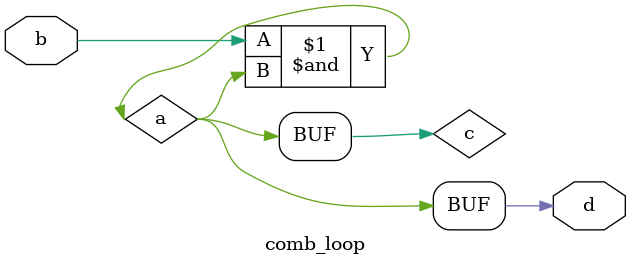
<source format=sv>
module comb_loop (
    input  b,
    output d
);
  wire a, c;

  assign a = c;
  assign c = b & a;  //warning on "c->a->c" 

  assign d = c;

endmodule

</source>
